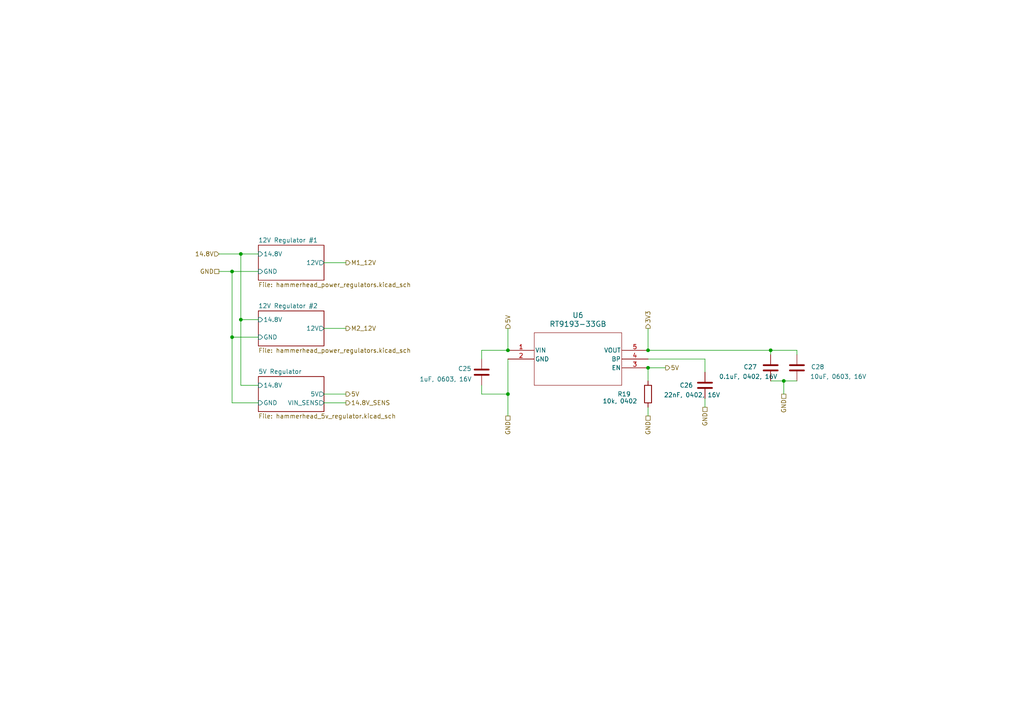
<source format=kicad_sch>
(kicad_sch (version 20250114) (generator "eeschema") (generator_version "9.0")
  (paper "A4")
  (lib_symbols
    (symbol "Device:C" (pin_numbers (hide yes)) (pin_names (offset 0.254))
      (property "Reference" "C" (at 0.635 2.54 0))
      (property "Value" "C" (at 0.635 -2.54 0))
      (symbol "C_0_1"
        (polyline (pts (xy -2.032 0.762) (xy 2.032 0.762)) (stroke (width 0.508)))
        (polyline (pts (xy -2.032 -0.762) (xy 2.032 -0.762)) (stroke (width 0.508)))
      )
      (symbol "C_1_1"
        (pin passive line (at 0 3.81 270) (length 2.794) (name "~") (number "1"))
        (pin passive line (at 0 -3.81 90) (length 2.794) (name "~") (number "2"))
      )
    )
    (symbol "Device:R" (pin_numbers (hide yes)) (pin_names (offset 0))
      (property "Reference" "R" (at 2.032 0 90))
      (property "Value" "R" (at 0 0 90))
      (symbol "R_0_1"
        (rectangle (start -1.016 -2.54) (end 1.016 2.54) (stroke (width 0.254)))
      )
      (symbol "R_1_1"
        (pin passive line (at 0 3.81 270) (length 1.27) (name "~") (number "1"))
        (pin passive line (at 0 -3.81 90) (length 1.27) (name "~") (number "2"))
      )
    )
    (symbol "RT9193-33GB:RT9193-33GB" (pin_names (offset 0.254))
      (property "Reference" "U" (at 20.32 10.16 0))
      (property "Value" "RT9193-33GB" (at 20.32 7.62 0))
      (symbol "RT9193-33GB_0_1"
        (polyline (pts (xy 7.62 5.08) (xy 7.62 -10.16)) (stroke (width 0.127)))
        (polyline (pts (xy 7.62 -10.16) (xy 33.02 -10.16)) (stroke (width 0.127)))
        (polyline (pts (xy 33.02 5.08) (xy 7.62 5.08)) (stroke (width 0.127)))
        (polyline (pts (xy 33.02 -10.16) (xy 33.02 5.08)) (stroke (width 0.127)))
        (pin power_in line (at 0 0 0) (length 7.62) (name "VIN") (number "1"))
        (pin power_out line (at 0 -2.54 0) (length 7.62) (name "GND") (number "2"))
        (pin output line (at 40.64 0 180) (length 7.62) (name "VOUT") (number "5"))
        (pin unspecified line (at 40.64 -2.54 180) (length 7.62) (name "BP") (number "4"))
        (pin unspecified line (at 40.64 -5.08 180) (length 7.62) (name "EN") (number "3"))
      )
    )
  )
  (junction (at 223.52 101.6))
  (junction (at 69.85 92.71))
  (junction (at 147.32 114.3))
  (junction (at 187.96 106.68))
  (junction (at 67.31 78.74))
  (junction (at 69.85 73.66))
  (junction (at 187.96 101.6))
  (junction (at 147.32 101.6))
  (junction (at 67.31 97.79))
  (junction (at 227.33 110.49))
  (wire (pts (xy 231.14 101.6) (xy 223.52 101.6)))
  (wire (pts (xy 139.7 114.3) (xy 147.32 114.3)))
  (wire (pts (xy 187.96 106.68) (xy 187.96 110.49)))
  (wire (pts (xy 74.93 97.79) (xy 67.31 97.79)))
  (wire (pts (xy 147.32 114.3) (xy 147.32 120.65)))
  (wire (pts (xy 204.47 115.57) (xy 204.47 118.11)))
  (wire (pts (xy 223.52 110.49) (xy 227.33 110.49)))
  (wire (pts (xy 187.96 101.6) (xy 223.52 101.6)))
  (wire (pts (xy 187.96 104.14) (xy 204.47 104.14)))
  (wire (pts (xy 93.98 76.2) (xy 100.33 76.2)))
  (wire (pts (xy 227.33 110.49) (xy 227.33 114.3)))
  (wire (pts (xy 63.5 78.74) (xy 67.31 78.74)))
  (wire (pts (xy 147.32 95.25) (xy 147.32 101.6)))
  (wire (pts (xy 187.96 95.25) (xy 187.96 101.6)))
  (wire (pts (xy 93.98 116.84) (xy 100.33 116.84)))
  (wire (pts (xy 74.93 116.84) (xy 67.31 116.84)))
  (wire (pts (xy 147.32 104.14) (xy 147.32 114.3)))
  (wire (pts (xy 93.98 114.3) (xy 100.33 114.3)))
  (wire (pts (xy 139.7 111.76) (xy 139.7 114.3)))
  (wire (pts (xy 67.31 78.74) (xy 74.93 78.74)))
  (wire (pts (xy 187.96 106.68) (xy 193.04 106.68)))
  (wire (pts (xy 231.14 102.87) (xy 231.14 101.6)))
  (wire (pts (xy 204.47 104.14) (xy 204.47 107.95)))
  (wire (pts (xy 67.31 116.84) (xy 67.31 97.79)))
  (wire (pts (xy 69.85 73.66) (xy 74.93 73.66)))
  (wire (pts (xy 139.7 101.6) (xy 147.32 101.6)))
  (wire (pts (xy 231.14 110.49) (xy 227.33 110.49)))
  (wire (pts (xy 63.5 73.66) (xy 69.85 73.66)))
  (wire (pts (xy 69.85 111.76) (xy 69.85 92.71)))
  (wire (pts (xy 223.52 102.87) (xy 223.52 101.6)))
  (wire (pts (xy 187.96 118.11) (xy 187.96 120.65)))
  (wire (pts (xy 69.85 73.66) (xy 69.85 92.71)))
  (wire (pts (xy 67.31 78.74) (xy 67.31 97.79)))
  (wire (pts (xy 74.93 111.76) (xy 69.85 111.76)))
  (wire (pts (xy 93.98 95.25) (xy 100.33 95.25)))
  (wire (pts (xy 139.7 104.14) (xy 139.7 101.6)))
  (wire (pts (xy 74.93 92.71) (xy 69.85 92.71)))
  (hierarchical_label "GND" (shape passive) (at 227.33 114.3 270))
  (hierarchical_label "3V3" (shape output) (at 187.96 95.25 90))
  (hierarchical_label "M1_12V" (shape output) (at 100.33 76.2 0))
  (hierarchical_label "5V" (shape output) (at 147.32 95.25 90))
  (hierarchical_label "14.8V_SENS" (shape output) (at 100.33 116.84 0))
  (hierarchical_label "5V" (shape output) (at 193.04 106.68 0))
  (hierarchical_label "5V" (shape output) (at 100.33 114.3 0))
  (hierarchical_label "GND" (shape passive) (at 204.47 118.11 270))
  (hierarchical_label "GND" (shape passive) (at 63.5 78.74 180))
  (hierarchical_label "14.8V" (shape input) (at 63.5 73.66 180))
  (hierarchical_label "M2_12V" (shape output) (at 100.33 95.25 0))
  (hierarchical_label "GND" (shape passive) (at 147.32 120.65 270))
  (hierarchical_label "GND" (shape passive) (at 187.96 120.65 270))
  (symbol (lib_id "Device:R") (at 187.96 114.3 0) (unit 1)
    (property "Reference" "R19" (at 179.07 114.3 0) (effects (justify left)))
    (property "Value" "10k, 0402" (at 174.752 116.332 0) (effects (justify left)))
    (property "Footprint" "Resistor_SMD:R_0402_1005Metric" (effects (hide yes)))
    (property "Description" "Resistor" (effects (hide yes)))
  )
  (symbol (lib_id "Device:C") (at 231.14 106.68 180) (unit 1)
    (property "Reference" "C28" (at 235.204 106.426 0) (effects (justify right)))
    (property "Value" "10uF, 0603, 16V" (at 234.95 109.22 0) (effects (justify right)))
    (property "Footprint" "Capacitor_SMD:C_0603_1608Metric" (effects (hide yes)))
    (property "Description" "Unpolarized capacitor" (effects (hide yes)))
  )
  (symbol (lib_id "Device:C") (at 223.52 106.68 180) (unit 1)
    (property "Reference" "C27" (at 215.646 106.426 0) (effects (justify right)))
    (property "Value" "0.1uF, 0402, 16V" (at 208.534 109.22 0) (effects (justify right)))
    (property "Footprint" "Capacitor_SMD:C_0402_1005Metric" (effects (hide yes)))
    (property "Description" "Unpolarized capacitor" (effects (hide yes)))
  )
  (symbol (lib_id "Device:C") (at 204.47 111.76 180) (unit 1)
    (property "Reference" "C26" (at 197.104 111.76 0) (effects (justify right)))
    (property "Value" "22nF, 0402, 16V" (at 192.532 114.554 0) (effects (justify right)))
    (property "Footprint" "Capacitor_SMD:C_0402_1005Metric" (effects (hide yes)))
    (property "Description" "Unpolarized capacitor" (effects (hide yes)))
  )
  (symbol (lib_id "Device:C") (at 139.7 107.95 180) (unit 1)
    (property "Reference" "C25" (at 132.842 106.934 0) (effects (justify right)))
    (property "Value" "1uF, 0603, 16V" (at 121.666 109.982 0) (effects (justify right)))
    (property "Footprint" "Capacitor_SMD:C_0603_1608Metric" (effects (hide yes)))
    (property "Description" "Unpolarized capacitor" (effects (hide yes)))
  )
  (symbol (lib_id "RT9193-33GB:RT9193-33GB") (at 147.32 101.6 0) (unit 1)
    (property "Reference" "U6" (at 167.64 91.44 0) (effects (font (size 1.524 1.524))))
    (property "Value" "RT9193-33GB" (at 167.64 93.98 0) (effects (font (size 1.524 1.524))))
    (property "Footprint" "RT9193-33GB:SOT-23-5_RIT" (effects (hide yes)))
    (property "Datasheet" "https://www.richtek.com/assets/product_file/RT9193/DS9193-18.pdf" (effects (hide yes)))
  )
  (sheet (at 74.93 90.17) (size 19.05 10.16) (stroke (width 0.1524))
    (property "Sheetname" "12V Regulator #2" (at 74.93 89.4584 0) (effects (justify left bottom)))
    (property "Sheetfile" "hammerhead_power_regulators.kicad_sch" (at 74.93 100.9146 0) (effects (justify left top)))
    (pin "12V" output (at 93.98 95.25 0))
    (pin "14.8V" input (at 74.93 92.71 180))
    (pin "GND" input (at 74.93 97.79 180))
  )
  (sheet (at 74.93 71.12) (size 19.05 10.16) (stroke (width 0.1524))
    (property "Sheetname" "12V Regulator #1" (at 74.93 70.4084 0) (effects (justify left bottom)))
    (property "Sheetfile" "hammerhead_power_regulators.kicad_sch" (at 74.93 81.8646 0) (effects (justify left top)))
    (pin "12V" output (at 93.98 76.2 0))
    (pin "14.8V" input (at 74.93 73.66 180))
    (pin "GND" input (at 74.93 78.74 180))
  )
  (sheet (at 74.93 109.22) (size 19.05 10.16) (stroke (width 0.1524))
    (property "Sheetname" "5V Regulator" (at 74.93 108.5084 0) (effects (justify left bottom)))
    (property "Sheetfile" "hammerhead_5v_regulator.kicad_sch" (at 74.93 119.9646 0) (effects (justify left top)))
    (pin "14.8V" input (at 74.93 111.76 180))
    (pin "GND" input (at 74.93 116.84 180))
    (pin "5V" output (at 93.98 114.3 0))
    (pin "VIN_SENS" output (at 93.98 116.84 0))
  )
)
</source>
